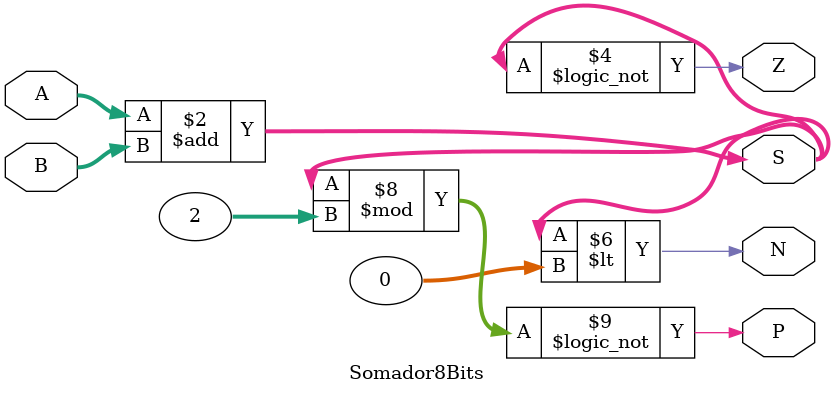
<source format=sv>
parameter N_BITS = 8;
module Somador8Bits(input logic [N_BITS - 1:0] A, B,
                    output logic [N_BITS - 1:0] S,
                   output logic Z, N, P);
  always_comb S <= A + B;
  always_comb Z <= S == 0;
  always_comb N <= S < 0;
  always_comb P <= S%2 ==0;
endmodule
</source>
